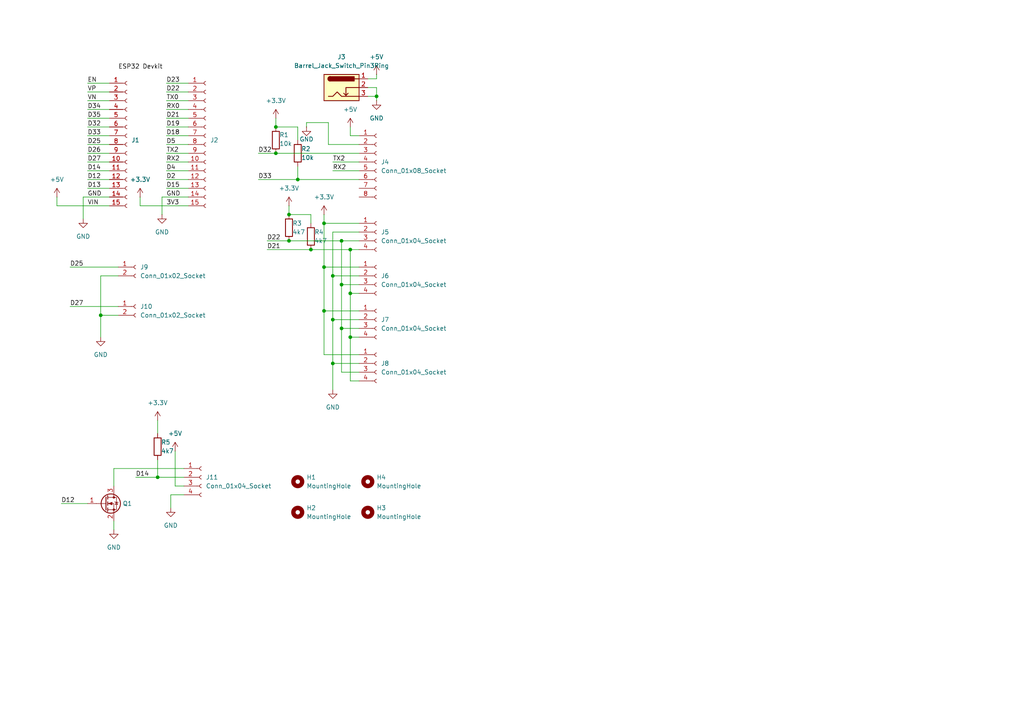
<source format=kicad_sch>
(kicad_sch (version 20250114) (generator "eeschema") (generator_version "9.0")
  (paper "A4")
  (lib_symbols
    (symbol "Connector:Barrel_Jack_Switch_Pin3Ring" (pin_names (hide yes))
      (property "Reference" "J" (at 0 5.334 0))
      (property "Value" "Barrel_Jack_Switch_Pin3Ring" (at 0 -5.08 0))
      (symbol "Barrel_Jack_Switch_Pin3Ring_0_1"
        (rectangle (start -5.08 3.81) (end 5.08 -3.81) (stroke (width 0.254)) (fill (type background)))
        (polyline (pts (xy -3.81 -2.54) (xy -2.54 -2.54) (xy -1.27 -1.27) (xy 0 -2.54) (xy 2.54 -2.54) (xy 5.08 -2.54)) (stroke (width 0.254)))
        (arc (start -3.302 1.905) (mid -3.9343 2.54) (end -3.302 3.175) (stroke (width 0.254)))
        (arc (start -3.302 1.905) (mid -3.9343 2.54) (end -3.302 3.175) (stroke (width 0.254)) (fill (type outline)))
        (polyline (pts (xy 1.27 -2.286) (xy 1.905 -1.651)) (stroke (width 0.254)))
        (rectangle (start 3.683 3.175) (end -3.302 1.905) (stroke (width 0.254)) (fill (type outline)))
        (polyline (pts (xy 5.08 2.54) (xy 3.81 2.54)) (stroke (width 0.254)))
        (polyline (pts (xy 5.08 0) (xy 1.27 0) (xy 1.27 -2.286) (xy 0.635 -1.651)) (stroke (width 0.254)))
      )
      (symbol "Barrel_Jack_Switch_Pin3Ring_1_1"
        (pin passive line (at 7.62 2.54 180) (length 2.54) (name "~") (number "1"))
        (pin passive line (at 7.62 0 180) (length 2.54) (name "~") (number "2"))
        (pin passive line (at 7.62 -2.54 180) (length 2.54) (name "~") (number "3"))
      )
    )
    (symbol "Connector:Conn_01x02_Socket" (pin_names (offset 1.016) (hide yes))
      (property "Reference" "J" (at 0 2.54 0))
      (property "Value" "Conn_01x02_Socket" (at 0 -5.08 0))
      (symbol "Conn_01x02_Socket_1_1"
        (polyline (pts (xy -1.27 0) (xy -0.508 0)) (stroke (width 0.1524)))
        (polyline (pts (xy -1.27 -2.54) (xy -0.508 -2.54)) (stroke (width 0.1524)))
        (arc (start 0 -0.508) (mid -0.5058 0) (end 0 0.508) (stroke (width 0.1524)))
        (arc (start 0 -3.048) (mid -0.5058 -2.54) (end 0 -2.032) (stroke (width 0.1524)))
        (pin passive line (at -5.08 0 0) (length 3.81) (name "Pin_1") (number "1"))
        (pin passive line (at -5.08 -2.54 0) (length 3.81) (name "Pin_2") (number "2"))
      )
    )
    (symbol "Connector:Conn_01x04_Socket" (pin_names (offset 1.016) (hide yes))
      (property "Reference" "J" (at 0 5.08 0))
      (property "Value" "Conn_01x04_Socket" (at 0 -7.62 0))
      (symbol "Conn_01x04_Socket_1_1"
        (polyline (pts (xy -1.27 2.54) (xy -0.508 2.54)) (stroke (width 0.1524)))
        (polyline (pts (xy -1.27 0) (xy -0.508 0)) (stroke (width 0.1524)))
        (polyline (pts (xy -1.27 -2.54) (xy -0.508 -2.54)) (stroke (width 0.1524)))
        (polyline (pts (xy -1.27 -5.08) (xy -0.508 -5.08)) (stroke (width 0.1524)))
        (arc (start 0 2.032) (mid -0.5058 2.54) (end 0 3.048) (stroke (width 0.1524)))
        (arc (start 0 -0.508) (mid -0.5058 0) (end 0 0.508) (stroke (width 0.1524)))
        (arc (start 0 -3.048) (mid -0.5058 -2.54) (end 0 -2.032) (stroke (width 0.1524)))
        (arc (start 0 -5.588) (mid -0.5058 -5.08) (end 0 -4.572) (stroke (width 0.1524)))
        (pin passive line (at -5.08 2.54 0) (length 3.81) (name "Pin_1") (number "1"))
        (pin passive line (at -5.08 0 0) (length 3.81) (name "Pin_2") (number "2"))
        (pin passive line (at -5.08 -2.54 0) (length 3.81) (name "Pin_3") (number "3"))
        (pin passive line (at -5.08 -5.08 0) (length 3.81) (name "Pin_4") (number "4"))
      )
    )
    (symbol "Connector:Conn_01x08_Socket" (pin_names (offset 1.016) (hide yes))
      (property "Reference" "J" (at 0 10.16 0))
      (property "Value" "Conn_01x08_Socket" (at 0 -12.7 0))
      (symbol "Conn_01x08_Socket_1_1"
        (polyline (pts (xy -1.27 7.62) (xy -0.508 7.62)) (stroke (width 0.1524)))
        (polyline (pts (xy -1.27 5.08) (xy -0.508 5.08)) (stroke (width 0.1524)))
        (polyline (pts (xy -1.27 2.54) (xy -0.508 2.54)) (stroke (width 0.1524)))
        (polyline (pts (xy -1.27 0) (xy -0.508 0)) (stroke (width 0.1524)))
        (polyline (pts (xy -1.27 -2.54) (xy -0.508 -2.54)) (stroke (width 0.1524)))
        (polyline (pts (xy -1.27 -5.08) (xy -0.508 -5.08)) (stroke (width 0.1524)))
        (polyline (pts (xy -1.27 -7.62) (xy -0.508 -7.62)) (stroke (width 0.1524)))
        (polyline (pts (xy -1.27 -10.16) (xy -0.508 -10.16)) (stroke (width 0.1524)))
        (arc (start 0 7.112) (mid -0.5058 7.62) (end 0 8.128) (stroke (width 0.1524)))
        (arc (start 0 4.572) (mid -0.5058 5.08) (end 0 5.588) (stroke (width 0.1524)))
        (arc (start 0 2.032) (mid -0.5058 2.54) (end 0 3.048) (stroke (width 0.1524)))
        (arc (start 0 -0.508) (mid -0.5058 0) (end 0 0.508) (stroke (width 0.1524)))
        (arc (start 0 -3.048) (mid -0.5058 -2.54) (end 0 -2.032) (stroke (width 0.1524)))
        (arc (start 0 -5.588) (mid -0.5058 -5.08) (end 0 -4.572) (stroke (width 0.1524)))
        (arc (start 0 -8.128) (mid -0.5058 -7.62) (end 0 -7.112) (stroke (width 0.1524)))
        (arc (start 0 -10.668) (mid -0.5058 -10.16) (end 0 -9.652) (stroke (width 0.1524)))
        (pin passive line (at -5.08 7.62 0) (length 3.81) (name "Pin_1") (number "1"))
        (pin passive line (at -5.08 5.08 0) (length 3.81) (name "Pin_2") (number "2"))
        (pin passive line (at -5.08 2.54 0) (length 3.81) (name "Pin_3") (number "3"))
        (pin passive line (at -5.08 0 0) (length 3.81) (name "Pin_4") (number "4"))
        (pin passive line (at -5.08 -2.54 0) (length 3.81) (name "Pin_5") (number "5"))
        (pin passive line (at -5.08 -5.08 0) (length 3.81) (name "Pin_6") (number "6"))
        (pin passive line (at -5.08 -7.62 0) (length 3.81) (name "Pin_7") (number "7"))
        (pin passive line (at -5.08 -10.16 0) (length 3.81) (name "Pin_8") (number "8"))
      )
    )
    (symbol "Connector:Conn_01x15_Socket" (pin_names (offset 1.016) (hide yes))
      (property "Reference" "J" (at 0 20.32 0))
      (property "Value" "Conn_01x15_Socket" (at 0 -20.32 0))
      (symbol "Conn_01x15_Socket_1_1"
        (polyline (pts (xy -1.27 17.78) (xy -0.508 17.78)) (stroke (width 0.1524)))
        (polyline (pts (xy -1.27 15.24) (xy -0.508 15.24)) (stroke (width 0.1524)))
        (polyline (pts (xy -1.27 12.7) (xy -0.508 12.7)) (stroke (width 0.1524)))
        (polyline (pts (xy -1.27 10.16) (xy -0.508 10.16)) (stroke (width 0.1524)))
        (polyline (pts (xy -1.27 7.62) (xy -0.508 7.62)) (stroke (width 0.1524)))
        (polyline (pts (xy -1.27 5.08) (xy -0.508 5.08)) (stroke (width 0.1524)))
        (polyline (pts (xy -1.27 2.54) (xy -0.508 2.54)) (stroke (width 0.1524)))
        (polyline (pts (xy -1.27 0) (xy -0.508 0)) (stroke (width 0.1524)))
        (polyline (pts (xy -1.27 -2.54) (xy -0.508 -2.54)) (stroke (width 0.1524)))
        (polyline (pts (xy -1.27 -5.08) (xy -0.508 -5.08)) (stroke (width 0.1524)))
        (polyline (pts (xy -1.27 -7.62) (xy -0.508 -7.62)) (stroke (width 0.1524)))
        (polyline (pts (xy -1.27 -10.16) (xy -0.508 -10.16)) (stroke (width 0.1524)))
        (polyline (pts (xy -1.27 -12.7) (xy -0.508 -12.7)) (stroke (width 0.1524)))
        (polyline (pts (xy -1.27 -15.24) (xy -0.508 -15.24)) (stroke (width 0.1524)))
        (polyline (pts (xy -1.27 -17.78) (xy -0.508 -17.78)) (stroke (width 0.1524)))
        (arc (start 0 17.272) (mid -0.5058 17.78) (end 0 18.288) (stroke (width 0.1524)))
        (arc (start 0 14.732) (mid -0.5058 15.24) (end 0 15.748) (stroke (width 0.1524)))
        (arc (start 0 12.192) (mid -0.5058 12.7) (end 0 13.208) (stroke (width 0.1524)))
        (arc (start 0 9.652) (mid -0.5058 10.16) (end 0 10.668) (stroke (width 0.1524)))
        (arc (start 0 7.112) (mid -0.5058 7.62) (end 0 8.128) (stroke (width 0.1524)))
        (arc (start 0 4.572) (mid -0.5058 5.08) (end 0 5.588) (stroke (width 0.1524)))
        (arc (start 0 2.032) (mid -0.5058 2.54) (end 0 3.048) (stroke (width 0.1524)))
        (arc (start 0 -0.508) (mid -0.5058 0) (end 0 0.508) (stroke (width 0.1524)))
        (arc (start 0 -3.048) (mid -0.5058 -2.54) (end 0 -2.032) (stroke (width 0.1524)))
        (arc (start 0 -5.588) (mid -0.5058 -5.08) (end 0 -4.572) (stroke (width 0.1524)))
        (arc (start 0 -8.128) (mid -0.5058 -7.62) (end 0 -7.112) (stroke (width 0.1524)))
        (arc (start 0 -10.668) (mid -0.5058 -10.16) (end 0 -9.652) (stroke (width 0.1524)))
        (arc (start 0 -13.208) (mid -0.5058 -12.7) (end 0 -12.192) (stroke (width 0.1524)))
        (arc (start 0 -15.748) (mid -0.5058 -15.24) (end 0 -14.732) (stroke (width 0.1524)))
        (arc (start 0 -18.288) (mid -0.5058 -17.78) (end 0 -17.272) (stroke (width 0.1524)))
        (pin passive line (at -5.08 17.78 0) (length 3.81) (name "Pin_1") (number "1"))
        (pin passive line (at -5.08 15.24 0) (length 3.81) (name "Pin_2") (number "2"))
        (pin passive line (at -5.08 12.7 0) (length 3.81) (name "Pin_3") (number "3"))
        (pin passive line (at -5.08 10.16 0) (length 3.81) (name "Pin_4") (number "4"))
        (pin passive line (at -5.08 7.62 0) (length 3.81) (name "Pin_5") (number "5"))
        (pin passive line (at -5.08 5.08 0) (length 3.81) (name "Pin_6") (number "6"))
        (pin passive line (at -5.08 2.54 0) (length 3.81) (name "Pin_7") (number "7"))
        (pin passive line (at -5.08 0 0) (length 3.81) (name "Pin_8") (number "8"))
        (pin passive line (at -5.08 -2.54 0) (length 3.81) (name "Pin_9") (number "9"))
        (pin passive line (at -5.08 -5.08 0) (length 3.81) (name "Pin_10") (number "10"))
        (pin passive line (at -5.08 -7.62 0) (length 3.81) (name "Pin_11") (number "11"))
        (pin passive line (at -5.08 -10.16 0) (length 3.81) (name "Pin_12") (number "12"))
        (pin passive line (at -5.08 -12.7 0) (length 3.81) (name "Pin_13") (number "13"))
        (pin passive line (at -5.08 -15.24 0) (length 3.81) (name "Pin_14") (number "14"))
        (pin passive line (at -5.08 -17.78 0) (length 3.81) (name "Pin_15") (number "15"))
      )
    )
    (symbol "Device:R" (pin_numbers (hide yes)) (pin_names (offset 0))
      (property "Reference" "R" (at 2.032 0 90))
      (property "Value" "R" (at 0 0 90))
      (symbol "R_0_1"
        (rectangle (start -1.016 -2.54) (end 1.016 2.54) (stroke (width 0.254)))
      )
      (symbol "R_1_1"
        (pin passive line (at 0 3.81 270) (length 1.27) (name "~") (number "1"))
        (pin passive line (at 0 -3.81 90) (length 1.27) (name "~") (number "2"))
      )
    )
    (symbol "Mechanical:MountingHole" (pin_names (offset 1.016)) (exclude_from_sim yes) (in_bom no)
      (property "Reference" "H" (at 0 5.08 0))
      (property "Value" "MountingHole" (at 0 3.175 0))
      (symbol "MountingHole_0_1"
        (circle (center 0 0) (radius 1.27) (stroke (width 1.27)))
      )
    )
    (symbol "Transistor_FET:2N7002" (pin_names (hide yes))
      (property "Reference" "Q" (at 5.08 1.905 0))
      (property "Value" "2N7002" (at 5.08 0 0))
      (symbol "2N7002_0_1"
        (polyline (pts (xy 0.254 1.905) (xy 0.254 -1.905)) (stroke (width 0.254)))
        (polyline (pts (xy 0.254 0) (xy -2.54 0)))
        (polyline (pts (xy 0.762 2.286) (xy 0.762 1.27)) (stroke (width 0.254)))
        (polyline (pts (xy 0.762 0.508) (xy 0.762 -0.508)) (stroke (width 0.254)))
        (polyline (pts (xy 0.762 -1.27) (xy 0.762 -2.286)) (stroke (width 0.254)))
        (polyline (pts (xy 0.762 -1.778) (xy 3.302 -1.778) (xy 3.302 1.778) (xy 0.762 1.778)))
        (polyline (pts (xy 1.016 0) (xy 2.032 0.381) (xy 2.032 -0.381) (xy 1.016 0)) (fill (type outline)))
        (circle (center 1.651 0) (radius 2.794) (stroke (width 0.254)))
        (polyline (pts (xy 2.54 2.54) (xy 2.54 1.778)))
        (circle (center 2.54 1.778) (radius 0.254) (fill (type outline)))
        (circle (center 2.54 -1.778) (radius 0.254) (fill (type outline)))
        (polyline (pts (xy 2.54 -2.54) (xy 2.54 0) (xy 0.762 0)))
        (polyline (pts (xy 2.794 0.508) (xy 2.921 0.381) (xy 3.683 0.381) (xy 3.81 0.254)))
        (polyline (pts (xy 3.302 0.381) (xy 2.921 -0.254) (xy 3.683 -0.254) (xy 3.302 0.381)))
      )
      (symbol "2N7002_1_1"
        (pin input line (at -5.08 0 0) (length 2.54) (name "G") (number "1"))
        (pin passive line (at 2.54 5.08 270) (length 2.54) (name "D") (number "3"))
        (pin passive line (at 2.54 -5.08 90) (length 2.54) (name "S") (number "2"))
      )
    )
    (symbol "power:+3.3V" (power) (pin_numbers (hide yes)) (pin_names (offset 0) (hide yes))
      (property "Value" "+3.3V" (at 0 3.556 0))
      (symbol "+3.3V_0_1"
        (polyline (pts (xy -0.762 1.27) (xy 0 2.54)))
        (polyline (pts (xy 0 2.54) (xy 0.762 1.27)))
        (polyline (pts (xy 0 0) (xy 0 2.54)))
      )
      (symbol "+3.3V_1_1"
        (pin power_in line (at 0 0 90) (length 0) (name "~") (number "1"))
      )
    )
    (symbol "power:+3V3" (power) (pin_numbers (hide yes)) (pin_names (offset 0) (hide yes))
      (property "Value" "+3V3" (at 0 3.556 0))
      (symbol "+3V3_0_1"
        (polyline (pts (xy -0.762 1.27) (xy 0 2.54)))
        (polyline (pts (xy 0 2.54) (xy 0.762 1.27)))
        (polyline (pts (xy 0 0) (xy 0 2.54)))
      )
      (symbol "+3V3_1_1"
        (pin power_in line (at 0 0 90) (length 0) (name "~") (number "1"))
      )
    )
    (symbol "power:+5V" (power) (pin_numbers (hide yes)) (pin_names (offset 0) (hide yes))
      (property "Value" "+5V" (at 0 3.556 0))
      (symbol "+5V_0_1"
        (polyline (pts (xy -0.762 1.27) (xy 0 2.54)))
        (polyline (pts (xy 0 2.54) (xy 0.762 1.27)))
        (polyline (pts (xy 0 0) (xy 0 2.54)))
      )
      (symbol "+5V_1_1"
        (pin power_in line (at 0 0 90) (length 0) (name "~") (number "1"))
      )
    )
    (symbol "power:GND" (power) (pin_numbers (hide yes)) (pin_names (offset 0) (hide yes))
      (property "Value" "GND" (at 0 -3.81 0))
      (symbol "GND_0_1"
        (polyline (pts (xy 0 0) (xy 0 -1.27) (xy 1.27 -1.27) (xy 0 -2.54) (xy -1.27 -1.27) (xy 0 -1.27)))
      )
      (symbol "GND_1_1"
        (pin power_in line (at 0 0 270) (length 0) (name "~") (number "1"))
      )
    )
  )
  (junction (at 101.6 97.79))
  (junction (at 109.22 27.94))
  (junction (at 101.6 72.39))
  (junction (at 45.72 138.43))
  (junction (at 29.21 91.44))
  (junction (at 93.98 64.77))
  (junction (at 90.17 72.39))
  (junction (at 86.36 52.07))
  (junction (at 99.06 69.85))
  (junction (at 96.52 92.71))
  (junction (at 93.98 77.47))
  (junction (at 80.01 44.45))
  (junction (at 99.06 82.55))
  (junction (at 83.82 69.85))
  (junction (at 93.98 90.17))
  (junction (at 99.06 95.25))
  (junction (at 101.6 85.09))
  (junction (at 83.82 62.23))
  (junction (at 96.52 80.01))
  (junction (at 96.52 105.41))
  (junction (at 80.01 36.83))
  (wire (pts (xy 16.51 59.69) (xy 31.75 59.69)))
  (wire (pts (xy 86.36 36.83) (xy 80.01 36.83)))
  (wire (pts (xy 49.53 143.51) (xy 49.53 147.32)))
  (wire (pts (xy 25.4 44.45) (xy 31.75 44.45)))
  (wire (pts (xy 90.17 62.23) (xy 90.17 64.77)))
  (wire (pts (xy 109.22 29.21) (xy 109.22 27.94)))
  (wire (pts (xy 96.52 49.53) (xy 104.14 49.53)))
  (wire (pts (xy 50.8 140.97) (xy 53.34 140.97)))
  (wire (pts (xy 33.02 151.13) (xy 33.02 153.67)))
  (wire (pts (xy 50.8 130.81) (xy 50.8 140.97)))
  (wire (pts (xy 104.14 105.41) (xy 96.52 105.41)))
  (wire (pts (xy 83.82 59.69) (xy 83.82 62.23)))
  (wire (pts (xy 106.68 25.4) (xy 109.22 25.4)))
  (wire (pts (xy 25.4 29.21) (xy 31.75 29.21)))
  (wire (pts (xy 96.52 105.41) (xy 96.52 113.03)))
  (wire (pts (xy 34.29 80.01) (xy 29.21 80.01)))
  (wire (pts (xy 40.64 57.15) (xy 40.64 59.69)))
  (wire (pts (xy 86.36 40.64) (xy 86.36 36.83)))
  (wire (pts (xy 25.4 49.53) (xy 31.75 49.53)))
  (wire (pts (xy 104.14 67.31) (xy 96.52 67.31)))
  (wire (pts (xy 25.4 46.99) (xy 31.75 46.99)))
  (wire (pts (xy 80.01 34.29) (xy 80.01 36.83)))
  (wire (pts (xy 93.98 77.47) (xy 93.98 90.17)))
  (wire (pts (xy 25.4 36.83) (xy 31.75 36.83)))
  (wire (pts (xy 48.26 41.91) (xy 54.61 41.91)))
  (wire (pts (xy 80.01 44.45) (xy 104.14 44.45)))
  (wire (pts (xy 101.6 72.39) (xy 104.14 72.39)))
  (wire (pts (xy 48.26 24.13) (xy 54.61 24.13)))
  (wire (pts (xy 96.52 92.71) (xy 96.52 105.41)))
  (wire (pts (xy 99.06 95.25) (xy 104.14 95.25)))
  (wire (pts (xy 48.26 36.83) (xy 54.61 36.83)))
  (wire (pts (xy 48.26 52.07) (xy 54.61 52.07)))
  (wire (pts (xy 20.32 88.9) (xy 34.29 88.9)))
  (wire (pts (xy 90.17 72.39) (xy 101.6 72.39)))
  (wire (pts (xy 101.6 85.09) (xy 101.6 97.79)))
  (wire (pts (xy 104.14 77.47) (xy 93.98 77.47)))
  (wire (pts (xy 33.02 135.89) (xy 33.02 140.97)))
  (wire (pts (xy 104.14 92.71) (xy 96.52 92.71)))
  (wire (pts (xy 96.52 46.99) (xy 104.14 46.99)))
  (wire (pts (xy 40.64 59.69) (xy 54.61 59.69)))
  (wire (pts (xy 25.4 34.29) (xy 31.75 34.29)))
  (wire (pts (xy 101.6 72.39) (xy 101.6 85.09)))
  (wire (pts (xy 17.78 146.05) (xy 25.4 146.05)))
  (wire (pts (xy 109.22 22.86) (xy 109.22 21.59)))
  (wire (pts (xy 95.25 35.56) (xy 95.25 41.91)))
  (wire (pts (xy 109.22 25.4) (xy 109.22 27.94)))
  (wire (pts (xy 93.98 77.47) (xy 93.98 64.77)))
  (wire (pts (xy 109.22 27.94) (xy 106.68 27.94)))
  (wire (pts (xy 99.06 107.95) (xy 104.14 107.95)))
  (wire (pts (xy 74.93 52.07) (xy 86.36 52.07)))
  (wire (pts (xy 96.52 67.31) (xy 96.52 80.01)))
  (wire (pts (xy 46.99 57.15) (xy 54.61 57.15)))
  (wire (pts (xy 99.06 95.25) (xy 99.06 107.95)))
  (wire (pts (xy 25.4 52.07) (xy 31.75 52.07)))
  (wire (pts (xy 48.26 49.53) (xy 54.61 49.53)))
  (wire (pts (xy 48.26 46.99) (xy 54.61 46.99)))
  (wire (pts (xy 48.26 54.61) (xy 54.61 54.61)))
  (wire (pts (xy 53.34 138.43) (xy 45.72 138.43)))
  (wire (pts (xy 29.21 91.44) (xy 29.21 97.79)))
  (wire (pts (xy 86.36 52.07) (xy 104.14 52.07)))
  (wire (pts (xy 99.06 82.55) (xy 104.14 82.55)))
  (wire (pts (xy 106.68 22.86) (xy 109.22 22.86)))
  (wire (pts (xy 48.26 29.21) (xy 54.61 29.21)))
  (wire (pts (xy 34.29 91.44) (xy 29.21 91.44)))
  (wire (pts (xy 88.9 35.56) (xy 88.9 36.83)))
  (wire (pts (xy 101.6 97.79) (xy 104.14 97.79)))
  (wire (pts (xy 25.4 31.75) (xy 31.75 31.75)))
  (wire (pts (xy 104.14 80.01) (xy 96.52 80.01)))
  (wire (pts (xy 48.26 26.67) (xy 54.61 26.67)))
  (wire (pts (xy 96.52 80.01) (xy 96.52 92.71)))
  (wire (pts (xy 101.6 110.49) (xy 104.14 110.49)))
  (wire (pts (xy 95.25 41.91) (xy 104.14 41.91)))
  (wire (pts (xy 101.6 36.83) (xy 101.6 39.37)))
  (wire (pts (xy 48.26 34.29) (xy 54.61 34.29)))
  (wire (pts (xy 24.13 57.15) (xy 24.13 63.5)))
  (wire (pts (xy 101.6 97.79) (xy 101.6 110.49)))
  (wire (pts (xy 16.51 59.69) (xy 16.51 57.15)))
  (wire (pts (xy 83.82 69.85) (xy 99.06 69.85)))
  (wire (pts (xy 53.34 143.51) (xy 49.53 143.51)))
  (wire (pts (xy 34.29 77.47) (xy 20.32 77.47)))
  (wire (pts (xy 99.06 69.85) (xy 99.06 82.55)))
  (wire (pts (xy 53.34 135.89) (xy 33.02 135.89)))
  (wire (pts (xy 99.06 69.85) (xy 104.14 69.85)))
  (wire (pts (xy 104.14 90.17) (xy 93.98 90.17)))
  (wire (pts (xy 29.21 80.01) (xy 29.21 91.44)))
  (wire (pts (xy 99.06 82.55) (xy 99.06 95.25)))
  (wire (pts (xy 77.47 72.39) (xy 90.17 72.39)))
  (wire (pts (xy 86.36 48.26) (xy 86.36 52.07)))
  (wire (pts (xy 48.26 39.37) (xy 54.61 39.37)))
  (wire (pts (xy 83.82 62.23) (xy 90.17 62.23)))
  (wire (pts (xy 77.47 69.85) (xy 83.82 69.85)))
  (wire (pts (xy 93.98 64.77) (xy 104.14 64.77)))
  (wire (pts (xy 104.14 102.87) (xy 93.98 102.87)))
  (wire (pts (xy 25.4 54.61) (xy 31.75 54.61)))
  (wire (pts (xy 101.6 85.09) (xy 104.14 85.09)))
  (wire (pts (xy 93.98 62.23) (xy 93.98 64.77)))
  (wire (pts (xy 74.93 44.45) (xy 80.01 44.45)))
  (wire (pts (xy 25.4 24.13) (xy 31.75 24.13)))
  (wire (pts (xy 24.13 57.15) (xy 31.75 57.15)))
  (wire (pts (xy 25.4 39.37) (xy 31.75 39.37)))
  (wire (pts (xy 93.98 102.87) (xy 93.98 90.17)))
  (wire (pts (xy 25.4 26.67) (xy 31.75 26.67)))
  (wire (pts (xy 46.99 57.15) (xy 46.99 62.23)))
  (wire (pts (xy 48.26 44.45) (xy 54.61 44.45)))
  (wire (pts (xy 39.37 138.43) (xy 45.72 138.43)))
  (wire (pts (xy 25.4 41.91) (xy 31.75 41.91)))
  (wire (pts (xy 88.9 35.56) (xy 95.25 35.56)))
  (wire (pts (xy 45.72 121.92) (xy 45.72 125.73)))
  (wire (pts (xy 48.26 31.75) (xy 54.61 31.75)))
  (wire (pts (xy 45.72 133.35) (xy 45.72 138.43)))
  (wire (pts (xy 101.6 39.37) (xy 104.14 39.37)))
  (label "RX2" (at 48.26 46.99 0))
  (label "D33" (at 74.93 52.07 0))
  (label "ESP32 Devkit" (at 34.29 20.32 0))
  (label "D19" (at 48.26 36.83 0))
  (label "D14" (at 39.37 138.43 0))
  (label "VP" (at 25.4 26.67 0))
  (label "D35" (at 25.4 34.29 0))
  (label "D21" (at 77.47 72.39 0))
  (label "VIN" (at 25.4 59.69 0))
  (label "GND" (at 48.26 57.15 0))
  (label "TX2" (at 96.52 46.99 0))
  (label "D25" (at 20.32 77.47 0))
  (label "D13" (at 25.4 54.61 0))
  (label "TX2" (at 48.26 44.45 0))
  (label "D14" (at 25.4 49.53 0))
  (label "D26" (at 25.4 44.45 0))
  (label "D21" (at 48.26 34.29 0))
  (label "RX2" (at 96.52 49.53 0))
  (label "D22" (at 77.47 69.85 0))
  (label "D4" (at 48.26 49.53 0))
  (label "RX0" (at 48.26 31.75 0))
  (label "EN" (at 25.4 24.13 0))
  (label "D2" (at 48.26 52.07 0))
  (label "D27" (at 25.4 46.99 0))
  (label "D22" (at 48.26 26.67 0))
  (label "D25" (at 25.4 41.91 0))
  (label "D15" (at 48.26 54.61 0))
  (label "D12" (at 17.78 146.05 0))
  (label "D23" (at 48.26 24.13 0))
  (label "D33" (at 25.4 39.37 0))
  (label "D32" (at 74.93 44.45 0))
  (label "D12" (at 25.4 52.07 0))
  (label "TX0" (at 48.26 29.21 0))
  (label "D32" (at 25.4 36.83 0))
  (label "VN" (at 25.4 29.21 0))
  (label "D27" (at 20.32 88.9 0))
  (label "GND" (at 25.4 57.15 0))
  (label "3V3" (at 48.26 59.69 0))
  (label "D5" (at 48.26 41.91 0))
  (label "D34" (at 25.4 31.75 0))
  (label "D18" (at 48.26 39.37 0))
  (symbol (lib_id "Connector:Conn_01x02_Socket") (at 39.37 88.9 0) (unit 1)
    (property "Reference" "J10" (at 40.64 88.8999 0) (effects (justify left)))
    (property "Value" "Conn_01x02_Socket" (at 40.64 91.4399 0) (effects (justify left)))
    (property "Footprint" "Connector_PinHeader_2.54mm:PinHeader_1x02_P2.54mm_Vertical" (effects (hide yes)))
    (property "Description" "Generic connector, single row, 01x02, script generated" (effects (hide yes)))
  )
  (symbol (lib_id "Mechanical:MountingHole") (at 86.36 139.7 0) (unit 1) (exclude_from_sim yes) (in_bom no)
    (property "Reference" "H1" (at 88.9 138.4299 0) (effects (justify left)))
    (property "Value" "MountingHole" (at 88.9 140.9699 0) (effects (justify left)))
    (property "Footprint" "MountingHole:MountingHole_3.2mm_M3" (effects (hide yes)))
    (property "Description" "Mounting Hole without connection" (effects (hide yes)))
  )
  (symbol (lib_id "Device:R") (at 80.01 40.64 0) (unit 1)
    (property "Reference" "R1" (at 81.026 39.116 0) (effects (justify left)))
    (property "Value" "10k" (at 81.026 41.656 0) (effects (justify left)))
    (property "Footprint" "Resistor_THT:R_Axial_DIN0204_L3.6mm_D1.6mm_P7.62mm_Horizontal" (effects (hide yes)))
    (property "Description" "Resistor" (effects (hide yes)))
  )
  (symbol (lib_id "Device:R") (at 83.82 66.04 0) (unit 1)
    (property "Reference" "R3" (at 84.836 64.77 0) (effects (justify left)))
    (property "Value" "4k7" (at 84.836 67.31 0) (effects (justify left)))
    (property "Footprint" "Resistor_THT:R_Axial_DIN0204_L3.6mm_D1.6mm_P7.62mm_Horizontal" (effects (hide yes)))
    (property "Description" "Resistor" (effects (hide yes)))
  )
  (symbol (lib_id "Device:R") (at 90.17 68.58 0) (unit 1)
    (property "Reference" "R4" (at 91.186 67.31 0) (effects (justify left)))
    (property "Value" "4k7" (at 91.186 69.85 0) (effects (justify left)))
    (property "Footprint" "Resistor_THT:R_Axial_DIN0204_L3.6mm_D1.6mm_P7.62mm_Horizontal" (effects (hide yes)))
    (property "Description" "Resistor" (effects (hide yes)))
  )
  (symbol (lib_id "Connector:Conn_01x08_Socket") (at 109.22 46.99 0) (unit 1)
    (property "Reference" "J4" (at 110.49 46.9899 0) (effects (justify left)))
    (property "Value" "Conn_01x08_Socket" (at 110.49 49.5299 0) (effects (justify left)))
    (property "Footprint" "Connector_Molex:Molex_PicoBlade_53047-0810_1x08_P1.25mm_Vertical" (effects (hide yes)))
    (property "Description" "Generic connector, single row, 01x08, script generated" (effects (hide yes)))
  )
  (symbol (lib_id "power:GND") (at 33.02 153.67 0) (unit 1)
    (property "Reference" "#PWR014" (effects (hide yes)))
    (property "Value" "GND" (at 33.02 158.75 0))
    (property "Description" "Power symbol creates a global label with name \"GND\" , ground" (effects (hide yes)))
  )
  (symbol (lib_id "power:+5V") (at 16.51 57.15 0) (unit 1)
    (property "Reference" "#PWR03" (effects (hide yes)))
    (property "Value" "+5V" (at 16.51 52.07 0))
    (property "Description" "Power symbol creates a global label with name \"+5V\"" (effects (hide yes)))
  )
  (symbol (lib_id "Connector:Conn_01x04_Socket") (at 109.22 67.31 0) (unit 1)
    (property "Reference" "J5" (at 110.49 67.3099 0) (effects (justify left)))
    (property "Value" "Conn_01x04_Socket" (at 110.49 69.8499 0) (effects (justify left)))
    (property "Footprint" "Connector_PinHeader_2.54mm:PinHeader_1x04_P2.54mm_Vertical" (effects (hide yes)))
    (property "Description" "Generic connector, single row, 01x04, script generated" (effects (hide yes)))
  )
  (symbol (lib_id "power:+3V3") (at 45.72 121.92 0) (unit 1)
    (property "Reference" "#PWR017" (effects (hide yes)))
    (property "Value" "+3.3V" (at 45.72 116.84 0))
    (property "Description" "Power symbol creates a global label with name \"+3V3\"" (effects (hide yes)))
  )
  (symbol (lib_id "Connector:Conn_01x04_Socket") (at 109.22 92.71 0) (unit 1)
    (property "Reference" "J7" (at 110.49 92.7099 0) (effects (justify left)))
    (property "Value" "Conn_01x04_Socket" (at 110.49 95.2499 0) (effects (justify left)))
    (property "Footprint" "Connector_PinHeader_2.54mm:PinHeader_1x04_P2.54mm_Vertical" (effects (hide yes)))
    (property "Description" "Generic connector, single row, 01x04, script generated" (effects (hide yes)))
  )
  (symbol (lib_id "Connector:Conn_01x15_Socket") (at 59.69 41.91 0) (unit 1)
    (property "Reference" "J2" (at 60.96 40.6399 0) (effects (justify left)))
    (property "Value" "Conn_01x15_Socket" (effects (hide yes)))
    (property "Footprint" "Connector_PinHeader_2.00mm:PinHeader_1x15_P2.00mm_Vertical" (effects (hide yes)))
    (property "Description" "Generic connector, single row, 01x15, script generated" (effects (hide yes)))
  )
  (symbol (lib_id "Connector:Conn_01x02_Socket") (at 39.37 77.47 0) (unit 1)
    (property "Reference" "J9" (at 40.64 77.4699 0) (effects (justify left)))
    (property "Value" "Conn_01x02_Socket" (at 40.64 80.0099 0) (effects (justify left)))
    (property "Footprint" "Connector_PinHeader_2.54mm:PinHeader_1x02_P2.54mm_Vertical" (effects (hide yes)))
    (property "Description" "Generic connector, single row, 01x02, script generated" (effects (hide yes)))
  )
  (symbol (lib_id "Mechanical:MountingHole") (at 106.68 148.59 0) (unit 1) (exclude_from_sim yes) (in_bom no)
    (property "Reference" "H3" (at 109.22 147.3199 0) (effects (justify left)))
    (property "Value" "MountingHole" (at 109.22 149.8599 0) (effects (justify left)))
    (property "Footprint" "MountingHole:MountingHole_3.2mm_M3" (effects (hide yes)))
    (property "Description" "Mounting Hole without connection" (effects (hide yes)))
  )
  (symbol (lib_id "Connector:Barrel_Jack_Switch_Pin3Ring") (at 99.06 25.4 0) (unit 1)
    (property "Reference" "J3" (at 99.06 16.51 0))
    (property "Value" "Barrel_Jack_Switch_Pin3Ring" (at 99.06 19.05 0))
    (property "Footprint" "Connector_BarrelJack:BarrelJack_Horizontal" (effects (hide yes)))
    (property "Description" "DC Barrel Jack with an internal switch" (effects (hide yes)))
  )
  (symbol (lib_id "Connector:Conn_01x04_Socket") (at 58.42 138.43 0) (unit 1)
    (property "Reference" "J11" (at 59.69 138.4299 0) (effects (justify left)))
    (property "Value" "Conn_01x04_Socket" (at 59.69 140.9699 0) (effects (justify left)))
    (property "Footprint" "Connector_PinHeader_2.54mm:PinHeader_1x04_P2.54mm_Vertical" (effects (hide yes)))
    (property "Description" "Generic connector, single row, 01x04, script generated" (effects (hide yes)))
  )
  (symbol (lib_id "power:+5V") (at 101.6 36.83 0) (unit 1)
    (property "Reference" "#PWR07" (effects (hide yes)))
    (property "Value" "+5V" (at 101.6 31.75 0))
    (property "Description" "Power symbol creates a global label with name \"+5V\"" (effects (hide yes)))
  )
  (symbol (lib_id "power:GND") (at 24.13 63.5 0) (unit 1)
    (property "Reference" "#PWR06" (effects (hide yes)))
    (property "Value" "GND" (at 24.13 68.58 0))
    (property "Description" "Power symbol creates a global label with name \"GND\" , ground" (effects (hide yes)))
  )
  (symbol (lib_id "power:GND") (at 49.53 147.32 0) (unit 1)
    (property "Reference" "#PWR015" (effects (hide yes)))
    (property "Value" "GND" (at 49.53 152.4 0))
    (property "Description" "Power symbol creates a global label with name \"GND\" , ground" (effects (hide yes)))
  )
  (symbol (lib_id "power:GND") (at 46.99 62.23 0) (unit 1)
    (property "Reference" "#PWR05" (effects (hide yes)))
    (property "Value" "GND" (at 46.99 67.31 0))
    (property "Description" "Power symbol creates a global label with name \"GND\" , ground" (effects (hide yes)))
  )
  (symbol (lib_id "Device:R") (at 86.36 44.45 0) (unit 1)
    (property "Reference" "R2" (at 87.376 43.18 0) (effects (justify left)))
    (property "Value" "10k" (at 87.376 45.72 0) (effects (justify left)))
    (property "Footprint" "Resistor_THT:R_Axial_DIN0204_L3.6mm_D1.6mm_P7.62mm_Horizontal" (effects (hide yes)))
    (property "Description" "Resistor" (effects (hide yes)))
  )
  (symbol (lib_id "Device:R") (at 45.72 129.54 0) (unit 1)
    (property "Reference" "R5" (at 46.736 128.27 0) (effects (justify left)))
    (property "Value" "4k7" (at 46.736 130.81 0) (effects (justify left)))
    (property "Footprint" "Resistor_THT:R_Axial_DIN0204_L3.6mm_D1.6mm_P7.62mm_Horizontal" (effects (hide yes)))
    (property "Description" "Resistor" (effects (hide yes)))
  )
  (symbol (lib_id "power:GND") (at 88.9 36.83 0) (unit 1)
    (property "Reference" "#PWR08" (effects (hide yes)))
    (property "Value" "GND" (at 88.9 40.386 0))
    (property "Description" "Power symbol creates a global label with name \"GND\" , ground" (effects (hide yes)))
  )
  (symbol (lib_id "power:GND") (at 109.22 29.21 0) (unit 1)
    (property "Reference" "#PWR01" (effects (hide yes)))
    (property "Value" "GND" (at 109.22 34.29 0))
    (property "Description" "Power symbol creates a global label with name \"GND\" , ground" (effects (hide yes)))
  )
  (symbol (lib_id "Connector:Conn_01x04_Socket") (at 109.22 105.41 0) (unit 1)
    (property "Reference" "J8" (at 110.49 105.4099 0) (effects (justify left)))
    (property "Value" "Conn_01x04_Socket" (at 110.49 107.9499 0) (effects (justify left)))
    (property "Footprint" "Connector_PinHeader_2.54mm:PinHeader_1x04_P2.54mm_Vertical" (effects (hide yes)))
    (property "Description" "Generic connector, single row, 01x04, script generated" (effects (hide yes)))
  )
  (symbol (lib_id "power:+5V") (at 109.22 21.59 0) (unit 1)
    (property "Reference" "#PWR02" (effects (hide yes)))
    (property "Value" "+5V" (at 109.22 16.51 0))
    (property "Description" "Power symbol creates a global label with name \"+5V\"" (effects (hide yes)))
  )
  (symbol (lib_id "power:+3.3V") (at 93.98 62.23 0) (unit 1)
    (property "Reference" "#PWR010" (effects (hide yes)))
    (property "Value" "+3.3V" (at 93.98 57.15 0))
    (property "Description" "Power symbol creates a global label with name \"+3.3V\"" (effects (hide yes)))
  )
  (symbol (lib_id "power:+3.3V") (at 80.01 34.29 0) (unit 1)
    (property "Reference" "#PWR09" (effects (hide yes)))
    (property "Value" "+3.3V" (at 80.01 29.21 0))
    (property "Description" "Power symbol creates a global label with name \"+3.3V\"" (effects (hide yes)))
  )
  (symbol (lib_id "Mechanical:MountingHole") (at 86.36 148.59 0) (unit 1) (exclude_from_sim yes) (in_bom no)
    (property "Reference" "H2" (at 88.9 147.3199 0) (effects (justify left)))
    (property "Value" "MountingHole" (at 88.9 149.8599 0) (effects (justify left)))
    (property "Footprint" "MountingHole:MountingHole_3.2mm_M3" (effects (hide yes)))
    (property "Description" "Mounting Hole without connection" (effects (hide yes)))
  )
  (symbol (lib_id "Transistor_FET:2N7002") (at 30.48 146.05 0) (unit 1)
    (property "Reference" "Q1" (at 35.56 146.05 0) (effects (justify left)))
    (property "Value" "2N7002" (effects (hide yes)))
    (property "Footprint" "Package_TO_SOT_SMD:SOT-23" (effects (hide yes)))
    (property "Datasheet" "https://www.onsemi.com/pub/Collateral/NDS7002A-D.PDF" (effects (hide yes)))
    (property "Description" "0.115A Id, 60V Vds, N-Channel MOSFET, SOT-23" (effects (hide yes)))
  )
  (symbol (lib_id "Connector:Conn_01x15_Socket") (at 36.83 41.91 0) (unit 1)
    (property "Reference" "J1" (at 38.1 40.6399 0) (effects (justify left)))
    (property "Value" "Conn_01x15_Socket" (effects (hide yes)))
    (property "Footprint" "Connector_PinHeader_2.00mm:PinHeader_1x15_P2.00mm_Vertical" (effects (hide yes)))
    (property "Description" "Generic connector, single row, 01x15, script generated" (effects (hide yes)))
  )
  (symbol (lib_id "power:GND") (at 96.52 113.03 0) (unit 1)
    (property "Reference" "#PWR011" (effects (hide yes)))
    (property "Value" "GND" (at 96.52 118.11 0))
    (property "Description" "Power symbol creates a global label with name \"GND\" , ground" (effects (hide yes)))
  )
  (symbol (lib_id "power:+3V3") (at 83.82 59.69 0) (unit 1)
    (property "Reference" "#PWR012" (effects (hide yes)))
    (property "Value" "+3.3V" (at 83.82 54.61 0))
    (property "Description" "Power symbol creates a global label with name \"+3V3\"" (effects (hide yes)))
  )
  (symbol (lib_id "power:+3.3V") (at 40.64 57.15 0) (unit 1)
    (property "Reference" "#PWR04" (effects (hide yes)))
    (property "Value" "+3.3V" (at 40.64 52.07 0))
    (property "Description" "Power symbol creates a global label with name \"+3.3V\"" (effects (hide yes)))
  )
  (symbol (lib_id "power:+5V") (at 50.8 130.81 0) (unit 1)
    (property "Reference" "#PWR016" (effects (hide yes)))
    (property "Value" "+5V" (at 50.8 125.73 0))
    (property "Description" "Power symbol creates a global label with name \"+5V\"" (effects (hide yes)))
  )
  (symbol (lib_id "Mechanical:MountingHole") (at 106.68 139.7 0) (unit 1) (exclude_from_sim yes) (in_bom no)
    (property "Reference" "H4" (at 109.22 138.4299 0) (effects (justify left)))
    (property "Value" "MountingHole" (at 109.22 140.9699 0) (effects (justify left)))
    (property "Footprint" "MountingHole:MountingHole_3.2mm_M3" (effects (hide yes)))
    (property "Description" "Mounting Hole without connection" (effects (hide yes)))
  )
  (symbol (lib_id "power:GND") (at 29.21 97.79 0) (unit 1)
    (property "Reference" "#PWR013" (effects (hide yes)))
    (property "Value" "GND" (at 29.21 102.87 0))
    (property "Description" "Power symbol creates a global label with name \"GND\" , ground" (effects (hide yes)))
  )
  (symbol (lib_id "Connector:Conn_01x04_Socket") (at 109.22 80.01 0) (unit 1)
    (property "Reference" "J6" (at 110.49 80.0099 0) (effects (justify left)))
    (property "Value" "Conn_01x04_Socket" (at 110.49 82.5499 0) (effects (justify left)))
    (property "Footprint" "Connector_PinHeader_2.54mm:PinHeader_1x04_P2.54mm_Vertical" (effects (hide yes)))
    (property "Description" "Generic connector, single row, 01x04, script generated" (effects (hide yes)))
  )
)
</source>
